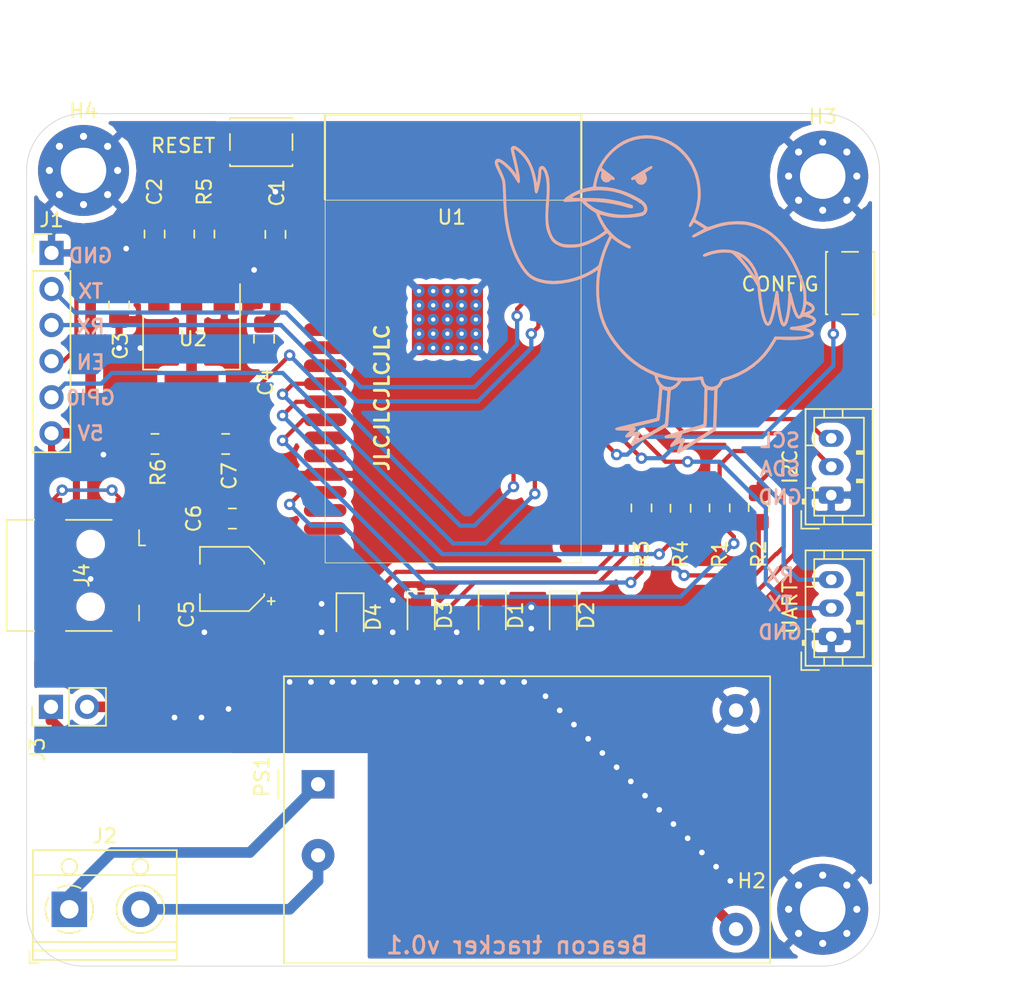
<source format=kicad_pcb>
(kicad_pcb (version 20171130) (host pcbnew "(5.1.6)-1")
  (title_block (title "Beacon tracker BLE ") (date 2020-10-27) (rev v0.1) (company "Rubén Arce"))
  (layers (0 F.Cu signal) (31 B.Cu signal) (34 B.Paste user) (35 F.Paste user hide) (36 B.SilkS user) (37 F.SilkS user) (38 B.Mask user) (39 F.Mask user hide) (44 Edge.Cuts user))
  (net 0 "")
  (net 1 GND)
  (net 2 EN)
  (net 3 "Net-(D1-Pad2)")
  (net 4 "Net-(D2-Pad2)")
  (net 5 "Net-(D3-Pad2)")
  (net 6 "Net-(D4-Pad2)")
  (net 7 TX)
  (net 8 RX)
  (net 9 GPIO0)
  (net 10 LED)
  (net 11 LED2)
  (net 12 LED3)
  (net 13 LED4)
  (net 14 +5V)
  (net 15 +3V3)
  (net 16 MainInput)
  (net 17 GNDPWR)
  (net 18 AC)
  (net 19 ConfigButton)
  (net 20 "Net-(J4-Pad6)")
  (net 21 RX_UART2)
  (net 22 TX_UART2)
  (net 23 SCL)
  (net 24 SDA)
  (module Antenna868MHz:duck (layer B.Cu) (at 131.5 81 180)
    (fp_text reference G*** hide)
    (fp_text value LOGO hide)
  )
  (module Connector_USB:USB_Mini-B_Lumberg_2486_01_Horizontal (layer F.Cu) (at 91.5 101.5 270)
    (fp_text reference J4 (at 0 0.6 90) (layer F.SilkS))
    (fp_text value USB_B_Micro)
    (pad "" np_thru_hole circle (at 2.2 0 270) (size 1 1) (drill 1) (layers *.Cu *.Mask))
    (pad "" np_thru_hole circle (at -2.2 0 270) (size 1 1) (drill 1) (layers *.Cu *.Mask))
    (pad 6 smd rect (at 4.45 2.85 270) (size 2 1.7) (layers F.Cu F.Paste F.Mask) (net 20 "Net-(J4-Pad6)"))
    (pad 6 smd rect (at 4.45 -2.6 270) (size 2 1.7) (layers F.Cu F.Paste F.Mask) (net 20 "Net-(J4-Pad6)"))
    (pad 6 smd rect (at -4.45 2.85 270) (size 2 1.7) (layers F.Cu F.Paste F.Mask) (net 20 "Net-(J4-Pad6)"))
    (pad 6 smd rect (at -4.45 -2.6 270) (size 2 1.7) (layers F.Cu F.Paste F.Mask) (net 20 "Net-(J4-Pad6)"))
    (pad 5 smd rect (at 1.6 -2.7 270) (size 0.5 2) (layers F.Cu F.Paste F.Mask) (net 1 GND))
    (pad 4 smd rect (at 0.8 -2.7 270) (size 0.5 2) (layers F.Cu F.Paste F.Mask))
    (pad 3 smd rect (at 0 -2.7 270) (size 0.5 2) (layers F.Cu F.Paste F.Mask))
    (pad 2 smd rect (at -0.8 -2.7 270) (size 0.5 2) (layers F.Cu F.Paste F.Mask))
    (pad 1 smd rect (at -1.6 -2.7 270) (size 0.5 2) (layers F.Cu F.Paste F.Mask) (net 14 +5V))
  )
  (module Button_Switch_SMD:SW_SPST_PTS810 (layer F.Cu) (at 103.5 71)
    (fp_text reference RESET (at -5.5 0.25) (layer F.SilkS))
    (fp_text value SW_Push)
    (pad 2 smd rect (at 2.075 1.075) (size 1.05 0.65) (layers F.Cu F.Paste F.Mask) (net 1 GND))
    (pad 2 smd rect (at -2.075 1.075) (size 1.05 0.65) (layers F.Cu F.Paste F.Mask) (net 1 GND))
    (pad 1 smd rect (at 2.075 -1.075) (size 1.05 0.65) (layers F.Cu F.Paste F.Mask) (net 2 EN))
    (pad 1 smd rect (at -2.075 -1.075) (size 1.05 0.65) (layers F.Cu F.Paste F.Mask) (net 2 EN))
  )
  (module Button_Switch_SMD:SW_SPST_PTS810 (layer F.Cu) (at 144.925 80.925 90)
    (fp_text reference CONFIG (at -0.075 -4.925 180) (layer F.SilkS))
    (fp_text value SW_Push)
    (pad 2 smd rect (at 2.075 1.075 90) (size 1.05 0.65) (layers F.Cu F.Paste F.Mask) (net 1 GND))
    (pad 2 smd rect (at -2.075 1.075 90) (size 1.05 0.65) (layers F.Cu F.Paste F.Mask) (net 1 GND))
    (pad 1 smd rect (at 2.075 -1.075 90) (size 1.05 0.65) (layers F.Cu F.Paste F.Mask) (net 19 ConfigButton))
    (pad 1 smd rect (at -2.075 -1.075 90) (size 1.05 0.65) (layers F.Cu F.Paste F.Mask) (net 19 ConfigButton))
  )
  (module Capacitor_SMD:C_0805_2012Metric_Pad1.15x1.40mm_HandSolder (layer F.Cu) (at 101 92.25)
    (fp_text reference C7 (at 0.25 2.25 90) (layer F.SilkS))
    (fp_text value 0.1u)
    (pad 2 smd roundrect (at 1.025 0) (size 1.15 1.4) (layers F.Cu F.Paste F.Mask) (roundrect_rratio 0.217391) (net 1 GND))
    (pad 1 smd roundrect (at -1.025 0) (size 1.15 1.4) (layers F.Cu F.Paste F.Mask) (roundrect_rratio 0.217391) (net 19 ConfigButton))
  )
  (module Converter_ACDC:Converter_ACDC_HiLink_HLK-PMxx (layer F.Cu) (at 107.5 116.2)
    (fp_text reference PS1 (at -3.94 -0.55 90) (layer F.SilkS))
    (fp_text value HLK-PM03)
    (pad 4 thru_hole circle (at 29.4 10.2) (size 2.3 2.3) (drill 1) (layers *.Cu *.Mask) (net 16 MainInput))
    (pad 2 thru_hole circle (at 0 5) (size 2.3 2.3) (drill 1) (layers *.Cu *.Mask) (net 17 GNDPWR))
    (pad 1 thru_hole rect (at 0 0) (size 2.3 2) (drill 1) (layers *.Cu *.Mask) (net 18 AC))
    (pad 3 thru_hole circle (at 29.4 -5.2) (size 2.3 2.3) (drill 1) (layers *.Cu *.Mask) (net 1 GND))
  )
  (module Capacitor_SMD:C_0805_2012Metric_Pad1.15x1.40mm_HandSolder (layer F.Cu) (at 93.5 82.475 270)
    (fp_text reference C3 (at 2.875 -0.1 90) (layer F.SilkS))
    (fp_text value 10u)
    (pad 2 smd roundrect (at 1.025 0 270) (size 1.15 1.4) (layers F.Cu F.Paste F.Mask) (roundrect_rratio 0.217391) (net 1 GND))
    (pad 1 smd roundrect (at -1.025 0 270) (size 1.15 1.4) (layers F.Cu F.Paste F.Mask) (roundrect_rratio 0.217391) (net 14 +5V))
  )
  (module Capacitor_SMD:C_0805_2012Metric_Pad1.15x1.40mm_HandSolder (layer F.Cu) (at 96 77.475 270)
    (fp_text reference C2 (at -2.975 0 90) (layer F.SilkS))
    (fp_text value 0.1u)
    (pad 2 smd roundrect (at 1.025 0 270) (size 1.15 1.4) (layers F.Cu F.Paste F.Mask) (roundrect_rratio 0.217391) (net 1 GND))
    (pad 1 smd roundrect (at -1.025 0 270) (size 1.15 1.4) (layers F.Cu F.Paste F.Mask) (roundrect_rratio 0.217391) (net 2 EN))
  )
  (module Connector_PinHeader_2.54mm:PinHeader_1x06_P2.54mm_Vertical (layer F.Cu) (at 88.75 78.8)
    (fp_text reference J1 (at 0 -2.33) (layer F.SilkS))
    (fp_text value Conn_01x06_Female)
    (pad 6 thru_hole oval (at 0 12.7) (size 1.7 1.7) (drill 1) (layers *.Cu *.Mask) (net 14 +5V))
    (pad 5 thru_hole oval (at 0 10.16) (size 1.7 1.7) (drill 1) (layers *.Cu *.Mask) (net 9 GPIO0))
    (pad 4 thru_hole oval (at 0 7.62) (size 1.7 1.7) (drill 1) (layers *.Cu *.Mask) (net 2 EN))
    (pad 3 thru_hole oval (at 0 5.08) (size 1.7 1.7) (drill 1) (layers *.Cu *.Mask) (net 8 RX))
    (pad 2 thru_hole oval (at 0 2.54) (size 1.7 1.7) (drill 1) (layers *.Cu *.Mask) (net 7 TX))
    (pad 1 thru_hole rect (at 0 0) (size 1.7 1.7) (drill 1) (layers *.Cu *.Mask) (net 1 GND))
  )
  (module Connector_JST:JST_PH_B3B-PH-K_1x03_P2.00mm_Vertical (layer F.Cu) (at 143.6 95.85 90)
    (fp_text reference I2C (at 2 -2.9 90) (layer F.SilkS))
    (fp_text value Conn_01x03_Male)
    (pad 3 thru_hole oval (at 4 0 90) (size 1.2 1.75) (drill 0.75) (layers *.Cu *.Mask) (net 23 SCL))
    (pad 2 thru_hole oval (at 2 0 90) (size 1.2 1.75) (drill 0.75) (layers *.Cu *.Mask) (net 24 SDA))
    (pad 1 thru_hole roundrect (at 0 0 90) (size 1.2 1.75) (drill 0.75) (layers *.Cu *.Mask) (roundrect_rratio 0.208333) (net 1 GND))
  )
  (module Connector_JST:JST_PH_B3B-PH-K_1x03_P2.00mm_Vertical (layer F.Cu) (at 143.6 105.8 90)
    (fp_text reference UART (at 2 -2.9 90) (layer F.SilkS))
    (fp_text value Conn_01x03_Male)
    (pad 3 thru_hole oval (at 4 0 90) (size 1.2 1.75) (drill 0.75) (layers *.Cu *.Mask) (net 21 RX_UART2))
    (pad 2 thru_hole oval (at 2 0 90) (size 1.2 1.75) (drill 0.75) (layers *.Cu *.Mask) (net 22 TX_UART2))
    (pad 1 thru_hole roundrect (at 0 0 90) (size 1.2 1.75) (drill 0.75) (layers *.Cu *.Mask) (roundrect_rratio 0.208333) (net 1 GND))
  )
  (module LED_SMD:LED_0805_2012Metric (layer F.Cu) (at 109.75 104.4375 270)
    (fp_text reference D4 (at 0 -1.65 90) (layer F.SilkS))
    (fp_text value LED)
    (pad 2 smd roundrect (at 0.9375 0 270) (size 0.975 1.4) (layers F.Cu F.Paste F.Mask) (net 6 "Net-(D4-Pad2)"))
    (pad 1 smd roundrect (at -0.9375 0 270) (size 0.975 1.4) (layers F.Cu F.Paste F.Mask) (net 1 GND))
  )
  (module LED_SMD:LED_0805_2012Metric (layer F.Cu) (at 114.75 104.3125 270)
    (fp_text reference D3 (at 0 -1.65 90) (layer F.SilkS))
    (fp_text value LED)
    (pad 2 smd roundrect (at 0.9375 0 270) (size 0.975 1.4) (layers F.Cu F.Paste F.Mask) (net 5 "Net-(D3-Pad2)"))
    (pad 1 smd roundrect (at -0.9375 0 270) (size 0.975 1.4) (layers F.Cu F.Paste F.Mask) (net 1 GND))
  )
  (module LED_SMD:LED_0805_2012Metric (layer F.Cu) (at 124.75 104.3125 270)
    (fp_text reference D2 (at 0 -1.65 90) (layer F.SilkS))
    (fp_text value LED)
    (pad 2 smd roundrect (at 0.9375 0 270) (size 0.975 1.4) (layers F.Cu F.Paste F.Mask) (net 4 "Net-(D2-Pad2)"))
    (pad 1 smd roundrect (at -0.9375 0 270) (size 0.975 1.4) (layers F.Cu F.Paste F.Mask) (net 1 GND))
  )
  (module LED_SMD:LED_0805_2012Metric (layer F.Cu) (at 119.75 104.3125 270)
    (fp_text reference D1 (at 0 -1.65 90) (layer F.SilkS))
    (fp_text value LED)
    (pad 2 smd roundrect (at 0.9375 0 270) (size 0.975 1.4) (layers F.Cu F.Paste F.Mask) (net 3 "Net-(D1-Pad2)"))
    (pad 1 smd roundrect (at -0.9375 0 270) (size 0.975 1.4) (layers F.Cu F.Paste F.Mask) (net 1 GND))
  )
  (module ESP_32_all:ESP32-WROVER (layer F.Cu) (at 117 75.67)
    (fp_text reference U1 (at -0.1 0.62) (layer F.SilkS))
    (fp_text value ESP32-WROVER hide)
    (pad 39 thru_hole circle (at -2.4 5.82) (size 0.8 0.8) (drill 0.3) (layers *.Cu *.Mask) (net 1 GND))
    (pad 39 smd rect (at -0.4 7.83) (size 5 5) (layers F.Cu F.Paste F.Mask) (net 1 GND))
    (pad 1 smd oval (at -9 0.91) (size 3 0.9) (layers F.Cu F.Paste F.Mask) (net 1 GND))
    (pad 2 smd oval (at -9 2.18) (size 3 0.9) (layers F.Cu F.Paste F.Mask) (net 15 +3V3))
    (pad 3 smd oval (at -9 3.45) (size 3 0.9) (layers F.Cu F.Paste F.Mask) (net 2 EN))
    (pad 4 smd oval (at -9 4.72) (size 3 0.9) (layers F.Cu F.Paste F.Mask))
    (pad 5 smd oval (at -9 5.99) (size 3 0.9) (layers F.Cu F.Paste F.Mask))
    (pad 6 smd oval (at -9 7.26) (size 3 0.9) (layers F.Cu F.Paste F.Mask))
    (pad 7 smd oval (at -9 8.53) (size 3 0.9) (layers F.Cu F.Paste F.Mask))
    (pad 8 smd oval (at -9 9.8) (size 3 0.9) (layers F.Cu F.Paste F.Mask))
    (pad 9 smd oval (at -9 11.07) (size 3 0.9) (layers F.Cu F.Paste F.Mask))
    (pad 10 smd oval (at -9 12.34) (size 3 0.9) (layers F.Cu F.Paste F.Mask) (net 13 LED4))
    (pad 11 smd oval (at -9 13.61) (size 3 0.9) (layers F.Cu F.Paste F.Mask) (net 11 LED2))
    (pad 12 smd oval (at -9 14.88) (size 3 0.9) (layers F.Cu F.Paste F.Mask) (net 12 LED3))
    (pad 13 smd oval (at -9 16.15) (size 3 0.9) (layers F.Cu F.Paste F.Mask))
    (pad 14 smd oval (at -9 17.42) (size 3 0.9) (layers F.Cu F.Paste F.Mask))
    (pad 15 smd oval (at -9 18.72) (size 3 0.9) (layers F.Cu F.Paste F.Mask) (net 1 GND))
    (pad 16 smd oval (at -9 19.99) (size 3 0.9) (layers F.Cu F.Paste F.Mask) (net 10 LED))
    (pad 17 smd oval (at -9 21.26) (size 3 0.9) (layers F.Cu F.Paste F.Mask))
    (pad 18 smd oval (at -9 22.53) (size 3 0.9) (layers F.Cu F.Paste F.Mask))
    (pad 19 smd oval (at -9 23.8) (size 3 0.9) (layers F.Cu F.Paste F.Mask))
    (pad 20 smd oval (at 9 23.8) (size 3 0.9) (layers F.Cu F.Paste F.Mask))
    (pad 21 smd oval (at 9 22.53) (size 3 0.9) (layers F.Cu F.Paste F.Mask))
    (pad 22 smd oval (at 9 21.26) (size 3 0.9) (layers F.Cu F.Paste F.Mask))
    (pad 23 smd oval (at 9 19.99) (size 3 0.9) (layers F.Cu F.Paste F.Mask))
    (pad 24 smd oval (at 9 18.72) (size 3 0.9) (layers F.Cu F.Paste F.Mask))
    (pad 25 smd oval (at 9.03 17.42) (size 3 0.9) (layers F.Cu F.Paste F.Mask) (net 9 GPIO0))
    (pad 26 smd oval (at 9.03 16.15) (size 3 0.9) (layers F.Cu F.Paste F.Mask) (net 19 ConfigButton))
    (pad 27 smd oval (at 9.03 14.88) (size 3 0.9) (layers F.Cu F.Paste F.Mask) (net 21 RX_UART2))
    (pad 28 smd oval (at 9.03 13.61) (size 3 0.9) (layers F.Cu F.Paste F.Mask) (net 22 TX_UART2))
    (pad 29 smd oval (at 9.03 12.34) (size 3 0.9) (layers F.Cu F.Paste F.Mask))
    (pad 30 smd oval (at 9.03 11.07) (size 3 0.9) (layers F.Cu F.Paste F.Mask))
    (pad 31 smd oval (at 9.03 9.8) (size 3 0.9) (layers F.Cu F.Paste F.Mask))
    (pad 32 smd oval (at 9.03 8.53) (size 3 0.9) (layers F.Cu F.Paste F.Mask))
    (pad 33 smd oval (at 9.03 7.26) (size 3 0.9) (layers F.Cu F.Paste F.Mask) (net 24 SDA))
    (pad 34 smd oval (at 9.03 5.99) (size 3 0.9) (layers F.Cu F.Paste F.Mask) (net 8 RX))
    (pad 35 smd oval (at 9.03 4.72) (size 3 0.9) (layers F.Cu F.Paste F.Mask) (net 7 TX))
    (pad 36 smd oval (at 9.03 3.45) (size 3 0.9) (layers F.Cu F.Paste F.Mask) (net 23 SCL))
    (pad 37 smd oval (at 9.03 2.18) (size 3 0.9) (layers F.Cu F.Paste F.Mask))
    (pad 38 smd oval (at 9.03 0.91) (size 3 0.9) (layers F.Cu F.Paste F.Mask) (net 1 GND))
    (pad 39 thru_hole circle (at -2.4 6.82) (size 0.8 0.8) (drill 0.3) (layers *.Cu *.Mask) (net 1 GND))
    (pad 39 thru_hole circle (at -2.4 7.82) (size 0.8 0.8) (drill 0.3) (layers *.Cu *.Mask) (net 1 GND))
    (pad 39 thru_hole circle (at -2.4 8.82) (size 0.8 0.8) (drill 0.3) (layers *.Cu *.Mask) (net 1 GND))
    (pad 39 thru_hole circle (at -2.4 9.82) (size 0.8 0.8) (drill 0.3) (layers *.Cu *.Mask) (net 1 GND))
    (pad 39 thru_hole circle (at -1.4 9.82) (size 0.8 0.8) (drill 0.3) (layers *.Cu *.Mask) (net 1 GND))
    (pad 39 thru_hole circle (at -1.4 8.82) (size 0.8 0.8) (drill 0.3) (layers *.Cu *.Mask) (net 1 GND))
    (pad 39 thru_hole circle (at -1.4 7.82) (size 0.8 0.8) (drill 0.3) (layers *.Cu *.Mask) (net 1 GND))
    (pad 39 thru_hole circle (at -1.4 6.82) (size 0.8 0.8) (drill 0.3) (layers *.Cu *.Mask) (net 1 GND))
    (pad 39 thru_hole circle (at -1.4 5.82) (size 0.8 0.8) (drill 0.3) (layers *.Cu *.Mask) (net 1 GND))
    (pad 39 thru_hole circle (at 0.6 5.82) (size 0.8 0.8) (drill 0.3) (layers *.Cu *.Mask) (net 1 GND))
    (pad 39 thru_hole circle (at 0.6 6.82) (size 0.8 0.8) (drill 0.3) (layers *.Cu *.Mask) (net 1 GND))
    (pad 39 thru_hole circle (at 0.6 7.82) (size 0.8 0.8) (drill 0.3) (layers *.Cu *.Mask) (net 1 GND))
    (pad 39 thru_hole circle (at 0.6 8.82) (size 0.8 0.8) (drill 0.3) (layers *.Cu *.Mask) (net 1 GND))
    (pad 39 thru_hole circle (at 0.6 9.82) (size 0.8 0.8) (drill 0.3) (layers *.Cu *.Mask) (net 1 GND))
    (pad 39 thru_hole circle (at -0.4 9.82) (size 0.8 0.8) (drill 0.3) (layers *.Cu *.Mask) (net 1 GND))
    (pad 39 thru_hole circle (at -0.4 8.82) (size 0.8 0.8) (drill 0.3) (layers *.Cu *.Mask) (net 1 GND))
    (pad 39 thru_hole circle (at -0.4 7.82) (size 0.8 0.8) (drill 0.3) (layers *.Cu *.Mask) (net 1 GND))
    (pad 39 thru_hole circle (at -0.4 6.82) (size 0.8 0.8) (drill 0.3) (layers *.Cu *.Mask) (net 1 GND))
    (pad 39 thru_hole circle (at -0.4 5.82) (size 0.8 0.8) (drill 0.3) (layers *.Cu *.Mask) (net 1 GND))
    (pad 39 thru_hole circle (at 1.6 9.82) (size 0.8 0.8) (drill 0.3) (layers *.Cu *.Mask) (net 1 GND))
    (pad 39 thru_hole circle (at 1.6 8.82) (size 0.8 0.8) (drill 0.3) (layers *.Cu *.Mask) (net 1 GND))
    (pad 39 thru_hole circle (at 1.6 7.82) (size 0.8 0.8) (drill 0.3) (layers *.Cu *.Mask) (net 1 GND))
    (pad 39 thru_hole circle (at 1.6 6.82) (size 0.8 0.8) (drill 0.3) (layers *.Cu *.Mask) (net 1 GND))
    (pad 39 thru_hole circle (at 1.6 5.82) (size 0.8 0.8) (drill 0.3) (layers *.Cu *.Mask) (net 1 GND))
  )
  (module MountingHole:MountingHole_3.2mm_M3_Pad_Via (layer F.Cu) (at 91 73)
    (fp_text reference H4 (at 0 -4.2) (layer F.SilkS))
    (fp_text value MountingHole_Pad)
    (pad 1 thru_hole circle (at 1.697056 -1.697056) (size 0.8 0.8) (drill 0.5) (layers *.Cu *.Mask) (net 1 GND))
    (pad 1 thru_hole circle (at 0 -2.4) (size 0.8 0.8) (drill 0.5) (layers *.Cu *.Mask) (net 1 GND))
    (pad 1 thru_hole circle (at -1.697056 -1.697056) (size 0.8 0.8) (drill 0.5) (layers *.Cu *.Mask) (net 1 GND))
    (pad 1 thru_hole circle (at -2.4 0) (size 0.8 0.8) (drill 0.5) (layers *.Cu *.Mask) (net 1 GND))
    (pad 1 thru_hole circle (at -1.697056 1.697056) (size 0.8 0.8) (drill 0.5) (layers *.Cu *.Mask) (net 1 GND))
    (pad 1 thru_hole circle (at 0 2.4) (size 0.8 0.8) (drill 0.5) (layers *.Cu *.Mask) (net 1 GND))
    (pad 1 thru_hole circle (at 1.697056 1.697056) (size 0.8 0.8) (drill 0.5) (layers *.Cu *.Mask) (net 1 GND))
    (pad 1 thru_hole circle (at 2.4 0) (size 0.8 0.8) (drill 0.5) (layers *.Cu *.Mask) (net 1 GND))
    (pad 1 thru_hole circle (at 0 0) (size 6.4 6.4) (drill 3.2) (layers *.Cu *.Mask) (net 1 GND))
  )
  (module MountingHole:MountingHole_3.2mm_M3_Pad_Via (layer F.Cu) (at 143 73.4)
    (fp_text reference H3 (at 0 -4.2) (layer F.SilkS))
    (fp_text value MountingHole_Pad)
    (pad 1 thru_hole circle (at 1.697056 -1.697056) (size 0.8 0.8) (drill 0.5) (layers *.Cu *.Mask) (net 1 GND))
    (pad 1 thru_hole circle (at 0 -2.4) (size 0.8 0.8) (drill 0.5) (layers *.Cu *.Mask) (net 1 GND))
    (pad 1 thru_hole circle (at -1.697056 -1.697056) (size 0.8 0.8) (drill 0.5) (layers *.Cu *.Mask) (net 1 GND))
    (pad 1 thru_hole circle (at -2.4 0) (size 0.8 0.8) (drill 0.5) (layers *.Cu *.Mask) (net 1 GND))
    (pad 1 thru_hole circle (at -1.697056 1.697056) (size 0.8 0.8) (drill 0.5) (layers *.Cu *.Mask) (net 1 GND))
    (pad 1 thru_hole circle (at 0 2.4) (size 0.8 0.8) (drill 0.5) (layers *.Cu *.Mask) (net 1 GND))
    (pad 1 thru_hole circle (at 1.697056 1.697056) (size 0.8 0.8) (drill 0.5) (layers *.Cu *.Mask) (net 1 GND))
    (pad 1 thru_hole circle (at 2.4 0) (size 0.8 0.8) (drill 0.5) (layers *.Cu *.Mask) (net 1 GND))
    (pad 1 thru_hole circle (at 0 0) (size 6.4 6.4) (drill 3.2) (layers *.Cu *.Mask) (net 1 GND))
  )
  (module MountingHole:MountingHole_3.2mm_M3_Pad_Via (layer F.Cu) (at 143 125)
    (fp_text reference H2 (at -5 -2) (layer F.SilkS))
    (fp_text value MountingHole_Pad)
    (pad 1 thru_hole circle (at 1.697056 -1.697056) (size 0.8 0.8) (drill 0.5) (layers *.Cu *.Mask) (net 1 GND))
    (pad 1 thru_hole circle (at 0 -2.4) (size 0.8 0.8) (drill 0.5) (layers *.Cu *.Mask) (net 1 GND))
    (pad 1 thru_hole circle (at -1.697056 -1.697056) (size 0.8 0.8) (drill 0.5) (layers *.Cu *.Mask) (net 1 GND))
    (pad 1 thru_hole circle (at -2.4 0) (size 0.8 0.8) (drill 0.5) (layers *.Cu *.Mask) (net 1 GND))
    (pad 1 thru_hole circle (at -1.697056 1.697056) (size 0.8 0.8) (drill 0.5) (layers *.Cu *.Mask) (net 1 GND))
    (pad 1 thru_hole circle (at 0 2.4) (size 0.8 0.8) (drill 0.5) (layers *.Cu *.Mask) (net 1 GND))
    (pad 1 thru_hole circle (at 1.697056 1.697056) (size 0.8 0.8) (drill 0.5) (layers *.Cu *.Mask) (net 1 GND))
    (pad 1 thru_hole circle (at 2.4 0) (size 0.8 0.8) (drill 0.5) (layers *.Cu *.Mask) (net 1 GND))
    (pad 1 thru_hole circle (at 0 0) (size 6.4 6.4) (drill 3.2) (layers *.Cu *.Mask) (net 1 GND))
  )
  (module Resistor_SMD:R_0805_2012Metric_Pad1.15x1.40mm_HandSolder (layer F.Cu) (at 96.025 92.25)
    (fp_text reference R6 (at 0.225 2 90) (layer F.SilkS))
    (fp_text value 10k)
    (pad 2 smd roundrect (at 1.025 0) (size 1.15 1.4) (layers F.Cu F.Paste F.Mask) (roundrect_rratio 0.217391) (net 19 ConfigButton))
    (pad 1 smd roundrect (at -1.025 0) (size 1.15 1.4) (layers F.Cu F.Paste F.Mask) (roundrect_rratio 0.217391) (net 15 +3V3))
  )
  (module Connector_PinHeader_2.54mm:PinHeader_1x02_P2.54mm_Vertical (layer F.Cu) (at 88.71 110.75 90)
    (fp_text reference J3 (at -3 -0.96 90) (layer F.SilkS))
    (fp_text value "select if usb or AC power")
    (pad 2 thru_hole oval (at 0 2.54 90) (size 1.7 1.7) (drill 1) (layers *.Cu *.Mask) (net 15 +3V3))
    (pad 1 thru_hole rect (at 0 0 90) (size 1.7 1.7) (drill 1) (layers *.Cu *.Mask) (net 16 MainInput))
  )
  (module TerminalBlock_RND:TerminalBlock_RND_205-00012_1x02_P5.00mm_Horizontal (layer F.Cu) (at 90 125)
    (fp_text reference J2 (at 2.5 -5.16) (layer F.SilkS))
    (fp_text value "input AC")
    (pad 2 thru_hole circle (at 5 0) (size 2.5 2.5) (drill 1.3) (layers *.Cu *.Mask) (net 17 GNDPWR))
    (pad 1 thru_hole rect (at 0 0) (size 2.5 2.5) (drill 1.3) (layers *.Cu *.Mask) (net 18 AC))
  )
  (module Capacitor_SMD:C_0805_2012Metric_Pad1.15x1.40mm_HandSolder (layer F.Cu) (at 101.475 97.5 180)
    (fp_text reference C6 (at 2.725 0 90) (layer F.SilkS))
    (fp_text value 10u)
    (pad 2 smd roundrect (at 1.025 0 180) (size 1.15 1.4) (layers F.Cu F.Paste F.Mask) (roundrect_rratio 0.217391) (net 1 GND))
    (pad 1 smd roundrect (at -1.025 0 180) (size 1.15 1.4) (layers F.Cu F.Paste F.Mask) (roundrect_rratio 0.217391) (net 16 MainInput))
  )
  (module Capacitor_SMD:CP_Elec_4x5.3 (layer F.Cu) (at 101.45 101.75 180)
    (fp_text reference C5 (at 3.2 -2.5 90) (layer F.SilkS))
    (fp_text value 10u)
    (pad 2 smd roundrect (at 1.8 0 180) (size 2.6 1.6) (layers F.Cu F.Paste F.Mask) (roundrect_rratio 0.15625) (net 1 GND))
    (pad 1 smd roundrect (at -1.8 0 180) (size 2.6 1.6) (layers F.Cu F.Paste F.Mask) (roundrect_rratio 0.15625) (net 16 MainInput))
  )
  (module Package_TO_SOT_SMD:SOT-223-3_TabPin2 (layer F.Cu) (at 98.6 85.1 270)
    (fp_text reference U2 (at -0.25 -0.1) (layer F.SilkS))
    (fp_text value AMS1117-3.3)
    (pad 1 smd rect (at -3.15 -2.3 270) (size 2 1.5) (layers F.Cu F.Paste F.Mask) (net 1 GND))
    (pad 3 smd rect (at -3.15 2.3 270) (size 2 1.5) (layers F.Cu F.Paste F.Mask) (net 14 +5V))
    (pad 2 smd rect (at -3.15 0 270) (size 2 1.5) (layers F.Cu F.Paste F.Mask) (net 15 +3V3))
    (pad 2 smd rect (at 3.15 0 270) (size 2 3.8) (layers F.Cu F.Paste F.Mask) (net 15 +3V3))
  )
  (module Resistor_SMD:R_0805_2012Metric_Pad1.15x1.40mm_HandSolder (layer F.Cu) (at 99.5 77.475 90)
    (fp_text reference R5 (at 2.975 0 90) (layer F.SilkS))
    (fp_text value 10k)
    (pad 2 smd roundrect (at 1.025 0 90) (size 1.15 1.4) (layers F.Cu F.Paste F.Mask) (roundrect_rratio 0.217391) (net 2 EN))
    (pad 1 smd roundrect (at -1.025 0 90) (size 1.15 1.4) (layers F.Cu F.Paste F.Mask) (roundrect_rratio 0.217391) (net 15 +3V3))
  )
  (module Resistor_SMD:R_0805_2012Metric_Pad1.15x1.40mm_HandSolder (layer F.Cu) (at 133 96.775 90)
    (fp_text reference R4 (at -3.225 0 90) (layer F.SilkS))
    (fp_text value 1k)
    (pad 2 smd roundrect (at 1.025 0 90) (size 1.15 1.4) (layers F.Cu F.Paste F.Mask) (roundrect_rratio 0.217391) (net 6 "Net-(D4-Pad2)"))
    (pad 1 smd roundrect (at -1.025 0 90) (size 1.15 1.4) (layers F.Cu F.Paste F.Mask) (roundrect_rratio 0.217391) (net 13 LED4))
  )
  (module Resistor_SMD:R_0805_2012Metric_Pad1.15x1.40mm_HandSolder (layer F.Cu) (at 130.25 96.75 90)
    (fp_text reference R3 (at -3.25 0 90) (layer F.SilkS))
    (fp_text value 1k)
    (pad 2 smd roundrect (at 1.025 0 90) (size 1.15 1.4) (layers F.Cu F.Paste F.Mask) (roundrect_rratio 0.217391) (net 5 "Net-(D3-Pad2)"))
    (pad 1 smd roundrect (at -1.025 0 90) (size 1.15 1.4) (layers F.Cu F.Paste F.Mask) (roundrect_rratio 0.217391) (net 12 LED3))
  )
  (module Resistor_SMD:R_0805_2012Metric_Pad1.15x1.40mm_HandSolder (layer F.Cu) (at 138.5 96.725 90)
    (fp_text reference R2 (at -3.275 0 90) (layer F.SilkS))
    (fp_text value 1k)
    (pad 2 smd roundrect (at 1.025 0 90) (size 1.15 1.4) (layers F.Cu F.Paste F.Mask) (roundrect_rratio 0.217391) (net 4 "Net-(D2-Pad2)"))
    (pad 1 smd roundrect (at -1.025 0 90) (size 1.15 1.4) (layers F.Cu F.Paste F.Mask) (roundrect_rratio 0.217391) (net 11 LED2))
  )
  (module Resistor_SMD:R_0805_2012Metric_Pad1.15x1.40mm_HandSolder (layer F.Cu) (at 135.75 96.75 90)
    (fp_text reference R1 (at -3.25 0 90) (layer F.SilkS))
    (fp_text value 1k)
    (pad 2 smd roundrect (at 1.025 0 90) (size 1.15 1.4) (layers F.Cu F.Paste F.Mask) (roundrect_rratio 0.217391) (net 3 "Net-(D1-Pad2)"))
    (pad 1 smd roundrect (at -1.025 0 90) (size 1.15 1.4) (layers F.Cu F.Paste F.Mask) (roundrect_rratio 0.217391) (net 10 LED))
  )
  (module Capacitor_SMD:C_0805_2012Metric_Pad1.15x1.40mm_HandSolder (layer F.Cu) (at 103.7 84.875 270)
    (fp_text reference C4 (at 3.025 -0.1 90) (layer F.SilkS))
    (fp_text value 10u)
    (pad 2 smd roundrect (at 1.025 0 270) (size 1.15 1.4) (layers F.Cu F.Paste F.Mask) (roundrect_rratio 0.217391) (net 1 GND))
    (pad 1 smd roundrect (at -1.025 0 270) (size 1.15 1.4) (layers F.Cu F.Paste F.Mask) (roundrect_rratio 0.217391) (net 15 +3V3))
  )
  (module Capacitor_SMD:C_0805_2012Metric_Pad1.15x1.40mm_HandSolder (layer F.Cu) (at 104.5 77.5 90)
    (fp_text reference C1 (at 2.925 0.1 90) (layer F.SilkS))
    (fp_text value 10u)
    (pad 2 smd roundrect (at 1.025 0 90) (size 1.15 1.4) (layers F.Cu F.Paste F.Mask) (roundrect_rratio 0.217391) (net 1 GND))
    (pad 1 smd roundrect (at -1.025 0 90) (size 1.15 1.4) (layers F.Cu F.Paste F.Mask) (roundrect_rratio 0.217391) (net 15 +3V3))
  )
  (gr_text "Beacon tracker v0.1\n " (at 121.5 128.5) (layer B.SilkS) (effects (font (size 1.2 1.2) (thickness 0.21)) (justify mirror)))
  (gr_text JLCJLCJLCJLC (at 112 89 90) (layer F.SilkS) (effects (font (size 1 1) (thickness 0.2))))
  (gr_text "EN\n" (at 91.5 86.5) (layer B.SilkS) (effects (font (size 1 1) (thickness 0.19)) (justify mirror)))
  (gr_text "RX\n" (at 91.5 84) (layer B.SilkS) (effects (font (size 1 1) (thickness 0.19)) (justify mirror)))
  (gr_text "TX\n" (at 91.5 81.5) (layer B.SilkS) (effects (font (size 1 1) (thickness 0.19)) (justify mirror)))
  (gr_text "GND\n" (at 91.5 79) (layer B.SilkS) (effects (font (size 1 1) (thickness 0.19)) (justify mirror)))
  (gr_text GPI0 (at 91.5 89) (layer B.SilkS) (effects (font (size 1 1) (thickness 0.19)) (justify mirror)))
  (gr_text "5V\n" (at 91.5 91.5) (layer B.SilkS) (effects (font (size 1 1) (thickness 0.19)) (justify mirror)))
  (gr_text "SCL\n" (at 140 92) (layer B.SilkS) (effects (font (size 1 1) (thickness 0.19)) (justify mirror)))
  (gr_text "SDA\n" (at 140 94) (layer B.SilkS) (effects (font (size 1 1) (thickness 0.19)) (justify mirror)))
  (gr_text "GND\n" (at 140 96) (layer B.SilkS) (effects (font (size 1 1) (thickness 0.19)) (justify mirror)))
  (gr_text "GND\n" (at 140 105.5) (layer B.SilkS) (effects (font (size 1 1) (thickness 0.19)) (justify mirror)))
  (gr_text TX (at 140 103.5) (layer B.SilkS) (effects (font (size 1 1) (thickness 0.19)) (justify mirror)))
  (gr_text RX (at 140 101.5) (layer B.SilkS) (effects (font (size 1 1) (thickness 0.19)) (justify mirror)))
  (gr_line (start 87 73) (end 87 102.7) (layer Edge.Cuts) (width 0.05))
  (gr_arc (start 91 125) (end 87 125) (angle -90) (layer Edge.Cuts) (width 0.05))
  (gr_arc (start 143 125) (end 143 129) (angle -90) (layer Edge.Cuts) (width 0.05))
  (gr_arc (start 91 73) (end 91 69) (angle -90) (layer Edge.Cuts) (width 0.05))
  (gr_arc (start 143 73) (end 147 73) (angle -90) (layer Edge.Cuts) (width 0.05))
  (gr_line (start 87 125) (end 87 102.7) (layer Edge.Cuts) (width 0.05))
  (gr_line (start 143 129) (end 91 129) (layer Edge.Cuts) (width 0.05))
  (gr_line (start 147 73) (end 147 125) (layer Edge.Cuts) (width 0.05))
  (gr_line (start 91 69) (end 143 69) (layer Edge.Cuts) (width 0.05))
  (via (at 99.5 105.5) (size 0.8) (drill 0.4) (layers F.Cu B.Cu) (net 1))
  (via (at 91.5 101.75) (size 0.8) (drill 0.4) (layers F.Cu B.Cu) (net 1))
  (segment (start 92.85 103.1) (end 94.2 103.1) (width 0.3) (layer F.Cu) (net 1))
  (segment (start 91.5 101.75) (end 92.85 103.1) (width 0.3) (layer F.Cu) (net 1))
  (via (at 112.75 103.25) (size 0.8) (drill 0.4) (layers F.Cu B.Cu) (net 1))
  (via (at 107.75 103.5) (size 0.8) (drill 0.4) (layers F.Cu B.Cu) (net 1))
  (via (at 107.75 105.5) (size 0.8) (drill 0.4) (layers F.Cu B.Cu) (net 1))
  (via (at 112.75 105.5) (size 0.8) (drill 0.4) (layers F.Cu B.Cu) (net 1))
  (via (at 117.25 105.5) (size 0.8) (drill 0.4) (layers F.Cu B.Cu) (net 1))
  (via (at 122.5 105.25) (size 0.8) (drill 0.4) (layers F.Cu B.Cu) (net 1))
  (via (at 122.5 103.75) (size 0.8) (drill 0.4) (layers F.Cu B.Cu) (net 1))
  (segment (start 119.75 103.375) (end 120.375 104) (width 0.3) (layer F.Cu) (net 1))
  (segment (start 122.25 104) (end 122.5 103.75) (width 0.3) (layer F.Cu) (net 1))
  (segment (start 120.375 104) (end 122.25 104) (width 0.3) (layer F.Cu) (net 1))
  (segment (start 124.75 103.375) (end 124.625 103.375) (width 0.3) (layer F.Cu) (net 1))
  (segment (start 124.25 103.75) (end 122.5 103.75) (width 0.3) (layer F.Cu) (net 1))
  (segment (start 124.625 103.375) (end 124.25 103.75) (width 0.3) (layer F.Cu) (net 1))
  (segment (start 114.75 103.375) (end 114.375 103.375) (width 0.3) (layer F.Cu) (net 1))
  (segment (start 114.375 103.375) (end 114 103.75) (width 0.3) (layer F.Cu) (net 1))
  (segment (start 113.25 103.75) (end 112.75 103.25) (width 0.3) (layer F.Cu) (net 1))
  (segment (start 114 103.75) (end 113.25 103.75) (width 0.3) (layer F.Cu) (net 1))
  (segment (start 109.75 103.5) (end 107.75 103.5) (width 0.3) (layer F.Cu) (net 1))
  (via (at 92.4 93) (size 0.8) (drill 0.4) (layers F.Cu B.Cu) (net 1))
  (via (at 97.4 111.5) (size 0.8) (drill 0.4) (layers F.Cu B.Cu) (net 1))
  (via (at 99.3 111.5) (size 0.8) (drill 0.4) (layers F.Cu B.Cu) (net 1))
  (via (at 101.2 110.9) (size 0.8) (drill 0.4) (layers F.Cu B.Cu) (net 1))
  (via (at 105.5 109) (size 0.8) (drill 0.4) (layers F.Cu B.Cu) (net 1))
  (via (at 107 109) (size 0.8) (drill 0.4) (layers F.Cu B.Cu) (net 1))
  (via (at 108.5 109) (size 0.8) (drill 0.4) (layers F.Cu B.Cu) (net 1))
  (via (at 110 109) (size 0.8) (drill 0.4) (layers F.Cu B.Cu) (net 1))
  (via (at 113 109) (size 0.8) (drill 0.4) (layers F.Cu B.Cu) (net 1))
  (via (at 111.5 109) (size 0.8) (drill 0.4) (layers F.Cu B.Cu) (net 1))
  (via (at 116 109) (size 0.8) (drill 0.4) (layers F.Cu B.Cu) (net 1))
  (via (at 117.5 109) (size 0.8) (drill 0.4) (layers F.Cu B.Cu) (net 1))
  (via (at 114.5 109) (size 0.8) (drill 0.4) (layers F.Cu B.Cu) (net 1))
  (via (at 120.5 109) (size 0.8) (drill 0.4) (layers F.Cu B.Cu) (net 1))
  (via (at 122 109) (size 0.8) (drill 0.4) (layers F.Cu B.Cu) (net 1))
  (via (at 119 109) (size 0.8) (drill 0.4) (layers F.Cu B.Cu) (net 1))
  (via (at 94 78.5) (size 0.8) (drill 0.4) (layers F.Cu B.Cu) (net 1))
  (via (at 103 80) (size 0.8) (drill 0.4) (layers F.Cu B.Cu) (net 1))
  (via (at 104.5 74.5) (size 0.8) (drill 0.4) (layers F.Cu B.Cu) (net 1))
  (via (at 93.5 85.5) (size 0.8) (drill 0.4) (layers F.Cu B.Cu) (net 1))
  (via (at 95 85.5) (size 0.8) (drill 0.4) (layers F.Cu B.Cu) (net 1))
  (via (at 123.5 110) (size 0.8) (drill 0.4) (layers F.Cu B.Cu) (net 1))
  (via (at 124.5 111) (size 0.8) (drill 0.4) (layers F.Cu B.Cu) (net 1))
  (via (at 125.5 112) (size 0.8) (drill 0.4) (layers F.Cu B.Cu) (net 1))
  (via (at 126.5 113) (size 0.8) (drill 0.4) (layers F.Cu B.Cu) (net 1))
  (via (at 127.5 114) (size 0.8) (drill 0.4) (layers F.Cu B.Cu) (net 1))
  (via (at 128.5 115) (size 0.8) (drill 0.4) (layers F.Cu B.Cu) (net 1))
  (via (at 129.5 116) (size 0.8) (drill 0.4) (layers F.Cu B.Cu) (net 1))
  (via (at 130.5 117) (size 0.8) (drill 0.4) (layers F.Cu B.Cu) (net 1))
  (via (at 131.5 118) (size 0.8) (drill 0.4) (layers F.Cu B.Cu) (net 1))
  (via (at 132.5 119) (size 0.8) (drill 0.4) (layers F.Cu B.Cu) (net 1))
  (via (at 133.5 120) (size 0.8) (drill 0.4) (layers F.Cu B.Cu) (net 1))
  (via (at 134.5 121) (size 0.8) (drill 0.4) (layers F.Cu B.Cu) (net 1))
  (via (at 135.5 122) (size 0.8) (drill 0.4) (layers F.Cu B.Cu) (net 1))
  (via (at 136.5 123) (size 0.8) (drill 0.4) (layers F.Cu B.Cu) (net 1))
  (segment (start 96 76.45) (end 99.5 76.45) (width 0.5) (layer F.Cu) (net 2))
  (segment (start 101.425 69.925) (end 101.5 70) (width 0.3) (layer F.Cu) (net 2))
  (segment (start 103.575 69.925) (end 103.575 72.425) (width 0.3) (layer F.Cu) (net 2))
  (segment (start 103.575 69.925) (end 105.575 69.925) (width 0.3) (layer F.Cu) (net 2))
  (segment (start 101.425 69.925) (end 103.575 69.925) (width 0.3) (layer F.Cu) (net 2))
  (segment (start 103.575 72.425) (end 102 74) (width 0.3) (layer F.Cu) (net 2))
  (segment (start 102 74) (end 102 75) (width 0.3) (layer F.Cu) (net 2))
  (segment (start 100.55 76.45) (end 99.5 76.45) (width 0.3) (layer F.Cu) (net 2))
  (segment (start 102 75) (end 100.55 76.45) (width 0.3) (layer F.Cu) (net 2))
  (segment (start 88.75 86.42) (end 89.58 86.42) (width 0.3) (layer F.Cu) (net 2))
  (segment (start 89.58 86.42) (end 90.5 85.5) (width 0.3) (layer F.Cu) (net 2))
  (segment (start 90.5 85.5) (end 90.5 80) (width 0.3) (layer F.Cu) (net 2))
  (segment (start 94.05 76.45) (end 96 76.45) (width 0.3) (layer F.Cu) (net 2))
  (segment (start 90.5 80) (end 94.05 76.45) (width 0.3) (layer F.Cu) (net 2))
  (segment (start 107.175 69.925) (end 105.575 69.925) (width 0.3) (layer F.Cu) (net 2))
  (segment (start 108 79.12) (end 109.88 79.12) (width 0.3) (layer F.Cu) (net 2))
  (segment (start 111 73.75) (end 107.175 69.925) (width 0.3) (layer F.Cu) (net 2))
  (segment (start 111 78) (end 111 73.75) (width 0.3) (layer F.Cu) (net 2))
  (segment (start 109.88 79.12) (end 111 78) (width 0.3) (layer F.Cu) (net 2))
  (segment (start 120.75 105.25) (end 119.75 105.25) (width 0.3) (layer F.Cu) (net 3))
  (segment (start 134.75 106.25) (end 121.75 106.25) (width 0.3) (layer F.Cu) (net 3))
  (segment (start 121.75 106.25) (end 120.75 105.25) (width 0.3) (layer F.Cu) (net 3))
  (segment (start 135.75 93.75) (end 136.75 92.75) (width 0.3) (layer F.Cu) (net 3))
  (segment (start 139.5 92.75) (end 141 94.25) (width 0.3) (layer F.Cu) (net 3))
  (segment (start 135.75 95.725) (end 135.75 93.75) (width 0.3) (layer F.Cu) (net 3))
  (segment (start 136.75 92.75) (end 139.5 92.75) (width 0.3) (layer F.Cu) (net 3))
  (segment (start 141 100) (end 134.75 106.25) (width 0.3) (layer F.Cu) (net 3))
  (segment (start 141 94.25) (end 141 100) (width 0.3) (layer F.Cu) (net 3))
  (segment (start 138.5 95.7) (end 138.5 95) (width 0.3) (layer F.Cu) (net 4))
  (segment (start 138.5 95) (end 139.5 94) (width 0.3) (layer F.Cu) (net 4))
  (segment (start 139.5 94) (end 139.75 94) (width 0.3) (layer F.Cu) (net 4))
  (segment (start 139.75 94) (end 140.25 94.5) (width 0.3) (layer F.Cu) (net 4))
  (segment (start 134.45712 105.25) (end 139.70712 100) (width 0.3) (layer F.Cu) (net 4))
  (segment (start 124.75 105.25) (end 134.45712 105.25) (width 0.3) (layer F.Cu) (net 4))
  (segment (start 139.70712 100) (end 139.75 100) (width 0.3) (layer F.Cu) (net 4))
  (segment (start 140.25 99.5) (end 140.25 94.5) (width 0.3) (layer F.Cu) (net 4))
  (segment (start 139.75 100) (end 140.25 99.5) (width 0.3) (layer F.Cu) (net 4))
  (segment (start 129.19999 96.77501) (end 129.19999 100.05001) (width 0.3) (layer F.Cu) (net 5))
  (segment (start 130.25 95.725) (end 129.19999 96.77501) (width 0.3) (layer F.Cu) (net 5))
  (segment (start 129.19999 100.05001) (end 127.25 102) (width 0.3) (layer F.Cu) (net 5))
  (segment (start 127.25 102) (end 118.5 102) (width 0.3) (layer F.Cu) (net 5))
  (segment (start 118.5 102) (end 116.75 103.75) (width 0.3) (layer F.Cu) (net 5))
  (segment (start 116.75 103.75) (end 116.75 104.5) (width 0.3) (layer F.Cu) (net 5))
  (segment (start 116 105.25) (end 114.75 105.25) (width 0.3) (layer F.Cu) (net 5))
  (segment (start 116.75 104.5) (end 116 105.25) (width 0.3) (layer F.Cu) (net 5))
  (segment (start 133 95.75) (end 133 95.5) (width 0.3) (layer F.Cu) (net 6))
  (segment (start 133 95.5) (end 132.25 94.75) (width 0.3) (layer F.Cu) (net 6))
  (segment (start 129.601454 94.75) (end 128.5 95.851454) (width 0.3) (layer F.Cu) (net 6))
  (segment (start 132.25 94.75) (end 129.601454 94.75) (width 0.3) (layer F.Cu) (net 6))
  (segment (start 128.5 95.851454) (end 128.5 99.75) (width 0.3) (layer F.Cu) (net 6))
  (segment (start 128.5 99.75) (end 127 101.25) (width 0.3) (layer F.Cu) (net 6))
  (segment (start 127 101.25) (end 113 101.25) (width 0.3) (layer F.Cu) (net 6))
  (segment (start 113 101.25) (end 111.75 102.5) (width 0.3) (layer F.Cu) (net 6))
  (segment (start 111.75 103.375) (end 109.75 105.375) (width 0.3) (layer F.Cu) (net 6))
  (segment (start 111.75 102.5) (end 111.75 103.375) (width 0.3) (layer F.Cu) (net 6))
  (segment (start 124.86 80.39) (end 126.03 80.39) (width 0.25) (layer F.Cu) (net 7))
  (segment (start 126.03 80.39) (end 123.86 80.39) (width 0.3) (layer F.Cu) (net 7))
  (via (at 121.5 83.25) (size 0.8) (drill 0.4) (layers F.Cu B.Cu) (net 7))
  (segment (start 123.86 80.39) (end 121.5 82.75) (width 0.3) (layer F.Cu) (net 7))
  (segment (start 121.5 82.75) (end 121.5 83.25) (width 0.3) (layer F.Cu) (net 7))
  (segment (start 90.41 83) (end 88.75 81.34) (width 0.3) (layer B.Cu) (net 7))
  (segment (start 121.5 85.25) (end 118.5 88.25) (width 0.3) (layer B.Cu) (net 7))
  (segment (start 121.5 83.25) (end 121.5 85.25) (width 0.3) (layer B.Cu) (net 7))
  (segment (start 118.5 88.25) (end 110.5 88.25) (width 0.3) (layer B.Cu) (net 7))
  (segment (start 110.5 88.25) (end 105.25 83) (width 0.3) (layer B.Cu) (net 7))
  (segment (start 105.25 83) (end 90.41 83) (width 0.3) (layer B.Cu) (net 7))
  (segment (start 125.153971 81.66) (end 126.03 81.66) (width 0.25) (layer F.Cu) (net 8))
  (via (at 122.5 84.5) (size 0.8) (drill 0.4) (layers F.Cu B.Cu) (net 8))
  (segment (start 122.5 84.5) (end 123 84) (width 0.3) (layer F.Cu) (net 8))
  (segment (start 124.23 81.66) (end 126.03 81.66) (width 0.3) (layer F.Cu) (net 8))
  (segment (start 123 82.89) (end 124.23 81.66) (width 0.3) (layer F.Cu) (net 8))
  (segment (start 123 84) (end 123 82.89) (width 0.3) (layer F.Cu) (net 8))
  (segment (start 104.88 83.88) (end 88.75 83.88) (width 0.3) (layer B.Cu) (net 8))
  (segment (start 118.75 89.25) (end 110.25 89.25) (width 0.3) (layer B.Cu) (net 8))
  (segment (start 122.5 84.5) (end 122.5 85.5) (width 0.3) (layer B.Cu) (net 8))
  (segment (start 110.25 89.25) (end 104.88 83.88) (width 0.3) (layer B.Cu) (net 8))
  (segment (start 122.5 85.5) (end 118.75 89.25) (width 0.3) (layer B.Cu) (net 8))
  (segment (start 124.28 93.09) (end 126.03 93.09) (width 0.25) (layer F.Cu) (net 9))
  (segment (start 89.710001 87.999999) (end 92.249999 87.999999) (width 0.3) (layer B.Cu) (net 9))
  (segment (start 88.75 88.96) (end 89.710001 87.999999) (width 0.3) (layer B.Cu) (net 9))
  (segment (start 92.249999 87.999999) (end 92.999998 87.25) (width 0.3) (layer B.Cu) (net 9))
  (segment (start 92.999998 87.25) (end 105 87.25) (width 0.3) (layer B.Cu) (net 9))
  (segment (start 105 87.25) (end 116.25 98.5) (width 0.3) (layer B.Cu) (net 9))
  (segment (start 116.25 98.5) (end 116.75 99) (width 0.3) (layer B.Cu) (net 9))
  (segment (start 116.75 99) (end 117 99.25) (width 0.3) (layer B.Cu) (net 9))
  (via (at 122.75 95.75) (size 0.8) (drill 0.4) (layers F.Cu B.Cu) (net 9))
  (segment (start 117 99.25) (end 119.25 99.25) (width 0.3) (layer B.Cu) (net 9))
  (segment (start 119.25 99.25) (end 122.75 95.75) (width 0.3) (layer B.Cu) (net 9))
  (segment (start 122.75 95.75) (end 122.75 93.75) (width 0.3) (layer F.Cu) (net 9))
  (segment (start 123.41 93.09) (end 126.03 93.09) (width 0.3) (layer F.Cu) (net 9))
  (segment (start 122.75 93.75) (end 123.41 93.09) (width 0.3) (layer F.Cu) (net 9))
  (via (at 105.5 96.5) (size 0.8) (drill 0.4) (layers F.Cu B.Cu) (net 10))
  (segment (start 108 95.66) (end 106.34 95.66) (width 0.3) (layer F.Cu) (net 10))
  (segment (start 106.34 95.66) (end 105.5 96.5) (width 0.3) (layer F.Cu) (net 10))
  (segment (start 105.5 96.5) (end 107 98) (width 0.3) (layer B.Cu) (net 10))
  (segment (start 107 98) (end 109.25 98) (width 0.3) (layer B.Cu) (net 10))
  (segment (start 109.25 98) (end 114.25 103) (width 0.3) (layer B.Cu) (net 10))
  (via (at 136.75 99.25) (size 0.8) (drill 0.4) (layers F.Cu B.Cu) (net 10))
  (segment (start 114.25 103) (end 133 103) (width 0.3) (layer B.Cu) (net 10))
  (segment (start 133 103) (end 136.75 99.25) (width 0.3) (layer B.Cu) (net 10))
  (segment (start 136.75 98.775) (end 135.75 97.775) (width 0.3) (layer F.Cu) (net 10))
  (segment (start 136.75 99.25) (end 136.75 98.775) (width 0.3) (layer F.Cu) (net 10))
  (via (at 105 90.25) (size 0.8) (drill 0.4) (layers F.Cu B.Cu) (net 11))
  (segment (start 108 89.28) (end 105.97 89.28) (width 0.3) (layer F.Cu) (net 11))
  (segment (start 105.97 89.28) (end 105 90.25) (width 0.3) (layer F.Cu) (net 11))
  (segment (start 105 90.25) (end 115.75 101) (width 0.3) (layer B.Cu) (net 11))
  (segment (start 115.75 101) (end 128.5 101) (width 0.3) (layer B.Cu) (net 11))
  (via (at 133.25 101.5) (size 0.8) (drill 0.4) (layers F.Cu B.Cu) (net 11))
  (segment (start 128.5 101) (end 132.75 101) (width 0.3) (layer B.Cu) (net 11))
  (segment (start 132.75 101) (end 133.25 101.5) (width 0.3) (layer B.Cu) (net 11))
  (segment (start 133.25 101.5) (end 137.5 101.5) (width 0.3) (layer F.Cu) (net 11))
  (segment (start 138.5 100.5) (end 138.5 97.75) (width 0.3) (layer F.Cu) (net 11))
  (segment (start 137.5 101.5) (end 138.5 100.5) (width 0.3) (layer F.Cu) (net 11))
  (via (at 105 92) (size 0.8) (drill 0.4) (layers F.Cu B.Cu) (net 12))
  (segment (start 108 90.55) (end 106.45 90.55) (width 0.3) (layer F.Cu) (net 12))
  (segment (start 106.45 90.55) (end 105 92) (width 0.3) (layer F.Cu) (net 12))
  (segment (start 105 92) (end 115 102) (width 0.3) (layer B.Cu) (net 12))
  (segment (start 115 102) (end 128.5 102) (width 0.3) (layer B.Cu) (net 12))
  (via (at 129.5 102) (size 0.8) (drill 0.4) (layers F.Cu B.Cu) (net 12))
  (segment (start 128.5 102) (end 129.5 102) (width 0.3) (layer B.Cu) (net 12))
  (segment (start 129.5 102) (end 130.25 101.25) (width 0.3) (layer F.Cu) (net 12))
  (segment (start 130.25 101.25) (end 130.25 97.775) (width 0.3) (layer F.Cu) (net 12))
  (segment (start 108 88.01) (end 105.74 88.01) (width 0.3) (layer F.Cu) (net 13))
  (via (at 105 88.75) (size 0.8) (drill 0.4) (layers F.Cu B.Cu) (net 13))
  (segment (start 105.74 88.01) (end 105 88.75) (width 0.3) (layer F.Cu) (net 13))
  (via (at 131.5 100) (size 0.8) (drill 0.4) (layers F.Cu B.Cu) (net 13))
  (segment (start 133 97.8) (end 133 98.5) (width 0.3) (layer F.Cu) (net 13))
  (segment (start 133 98.5) (end 131.5 100) (width 0.3) (layer F.Cu) (net 13))
  (segment (start 116.25 100) (end 105 88.75) (width 0.3) (layer B.Cu) (net 13))
  (segment (start 131.5 100) (end 116.25 100) (width 0.3) (layer B.Cu) (net 13))
  (segment (start 94.225001 99.874999) (end 94.2 99.874999) (width 0.75) (layer F.Cu) (net 14))
  (segment (start 95.8 81.45) (end 96.3 81.95) (width 0.75) (layer F.Cu) (net 14))
  (segment (start 93.5 81.45) (end 95.8 81.45) (width 0.75) (layer F.Cu) (net 14))
  (segment (start 93.5 81.45) (end 92.05 81.45) (width 0.75) (layer F.Cu) (net 14))
  (segment (start 92.05 81.45) (end 91.5 82) (width 0.75) (layer F.Cu) (net 14))
  (segment (start 91.5 82) (end 91.5 90.5) (width 0.75) (layer F.Cu) (net 14))
  (segment (start 90.5 91.5) (end 88.75 91.5) (width 0.75) (layer F.Cu) (net 14))
  (segment (start 91.5 90.5) (end 90.5 91.5) (width 0.75) (layer F.Cu) (net 14))
  (segment (start 93.8 99.5) (end 94.2 99.9) (width 0.5) (layer F.Cu) (net 14))
  (segment (start 93 99.5) (end 93.8 99.5) (width 0.5) (layer F.Cu) (net 14))
  (segment (start 88.75 92.75) (end 90.5 94.5) (width 0.5) (layer F.Cu) (net 14))
  (segment (start 90.5 94.5) (end 90.5 96.5) (width 0.5) (layer F.Cu) (net 14))
  (segment (start 88.75 91.5) (end 88.75 92.75) (width 0.5) (layer F.Cu) (net 14))
  (segment (start 90.5 96.5) (end 93 99) (width 0.5) (layer F.Cu) (net 14))
  (segment (start 93 99) (end 93 99.5) (width 0.5) (layer F.Cu) (net 14))
  (segment (start 98.6 88.25) (end 98.5 88.25) (width 0.5) (layer F.Cu) (net 15))
  (segment (start 98.6 88.25) (end 97.25 88.25) (width 0.75) (layer F.Cu) (net 15))
  (segment (start 95 90.5) (end 95 92.25) (width 0.75) (layer F.Cu) (net 15))
  (segment (start 97.25 88.25) (end 95 90.5) (width 0.75) (layer F.Cu) (net 15))
  (segment (start 95 92.25) (end 95 93) (width 0.75) (layer F.Cu) (net 15))
  (segment (start 95 93) (end 97 95) (width 0.75) (layer F.Cu) (net 15))
  (segment (start 97 95) (end 97 109.5) (width 0.75) (layer F.Cu) (net 15))
  (segment (start 95.75 110.75) (end 91.25 110.75) (width 0.75) (layer F.Cu) (net 15))
  (segment (start 97 109.5) (end 95.75 110.75) (width 0.75) (layer F.Cu) (net 15))
  (segment (start 98.6 81.95) (end 98.6 88.25) (width 0.75) (layer F.Cu) (net 15))
  (segment (start 98.6 79.4) (end 99.5 78.5) (width 0.75) (layer F.Cu) (net 15))
  (segment (start 98.6 81.95) (end 98.6 79.4) (width 0.75) (layer F.Cu) (net 15))
  (segment (start 104.475 78.5) (end 104.5 78.525) (width 0.75) (layer F.Cu) (net 15))
  (segment (start 99.5 78.5) (end 104.475 78.5) (width 0.75) (layer F.Cu) (net 15))
  (segment (start 103.7 83.85) (end 103.7 83.8) (width 0.75) (layer F.Cu) (net 15))
  (segment (start 104.5 83) (end 104.5 78.525) (width 0.75) (layer F.Cu) (net 15))
  (segment (start 103.7 83.8) (end 104.5 83) (width 0.75) (layer F.Cu) (net 15))
  (segment (start 104.5 78.525) (end 104.975 78.525) (width 0.5) (layer F.Cu) (net 15))
  (segment (start 105.65 77.85) (end 108 77.85) (width 0.5) (layer F.Cu) (net 15))
  (segment (start 104.975 78.525) (end 105.65 77.85) (width 0.5) (layer F.Cu) (net 15))
  (segment (start 103.25 110.75) (end 103.25 101.75) (width 0.75) (layer F.Cu) (net 16))
  (segment (start 101 113) (end 103.25 110.75) (width 0.75) (layer F.Cu) (net 16))
  (segment (start 90 113) (end 101 113) (width 0.75) (layer F.Cu) (net 16))
  (segment (start 88.71 110.75) (end 88.71 111.71) (width 0.75) (layer F.Cu) (net 16))
  (segment (start 88.71 111.71) (end 90 113) (width 0.75) (layer F.Cu) (net 16))
  (segment (start 102.5 97.5) (end 102.75 97.5) (width 0.5) (layer F.Cu) (net 16))
  (segment (start 103.25 98) (end 103.25 101.75) (width 0.5) (layer F.Cu) (net 16))
  (segment (start 102.75 97.5) (end 103.25 98) (width 0.5) (layer F.Cu) (net 16))
  (segment (start 121.25 110.75) (end 136.9 126.4) (width 0.75) (layer F.Cu) (net 16))
  (segment (start 103.25 110.75) (end 121.25 110.75) (width 0.75) (layer F.Cu) (net 16))
  (segment (start 107.5 121.2) (end 107.5 123) (width 0.75) (layer B.Cu) (net 17))
  (segment (start 105.5 125) (end 95 125) (width 0.75) (layer B.Cu) (net 17))
  (segment (start 107.5 123) (end 105.5 125) (width 0.75) (layer B.Cu) (net 17))
  (segment (start 90 125) (end 90 124) (width 0.75) (layer B.Cu) (net 18))
  (segment (start 90 124) (end 93 121) (width 0.75) (layer B.Cu) (net 18))
  (segment (start 102.7 121) (end 107.5 116.2) (width 0.75) (layer B.Cu) (net 18))
  (segment (start 93 121) (end 102.7 121) (width 0.75) (layer B.Cu) (net 18))
  (segment (start 97.2 91.75) (end 97.45 92) (width 0.5) (layer F.Cu) (net 19))
  (segment (start 97.05 92.25) (end 99.975 92.25) (width 0.5) (layer F.Cu) (net 19))
  (segment (start 99.975 92.25) (end 99.975 91.275) (width 0.3) (layer F.Cu) (net 19))
  (segment (start 99.975 91.275) (end 102 89.25) (width 0.3) (layer F.Cu) (net 19))
  (via (at 105.5 86) (size 0.8) (drill 0.4) (layers F.Cu B.Cu) (net 19))
  (segment (start 102 89.25) (end 102.25 89.25) (width 0.3) (layer F.Cu) (net 19))
  (segment (start 102.25 89.25) (end 105.5 86) (width 0.3) (layer F.Cu) (net 19))
  (segment (start 105.5 86) (end 117.5 98) (width 0.3) (layer B.Cu) (net 19))
  (via (at 121.25 95.25) (size 0.8) (drill 0.4) (layers F.Cu B.Cu) (net 19))
  (segment (start 117.5 98) (end 118.5 98) (width 0.3) (layer B.Cu) (net 19))
  (segment (start 118.5 98) (end 121.25 95.25) (width 0.3) (layer B.Cu) (net 19))
  (segment (start 121.25 95.25) (end 121.25 93.5) (width 0.3) (layer F.Cu) (net 19))
  (segment (start 122.93 91.82) (end 126.03 91.82) (width 0.3) (layer F.Cu) (net 19))
  (segment (start 121.25 93.5) (end 122.93 91.82) (width 0.3) (layer F.Cu) (net 19))
  (segment (start 143.85 83) (end 143.85 78.85) (width 0.3) (layer F.Cu) (net 19))
  (via (at 128.5 93) (size 0.8) (drill 0.4) (layers F.Cu B.Cu) (net 19))
  (segment (start 126.03 91.82) (end 127.32 91.82) (width 0.3) (layer F.Cu) (net 19))
  (segment (start 127.32 91.82) (end 128.5 93) (width 0.3) (layer F.Cu) (net 19))
  (segment (start 128.5 93) (end 129 93) (width 0.3) (layer B.Cu) (net 19))
  (segment (start 129 93) (end 129.25 93) (width 0.3) (layer B.Cu) (net 19))
  (segment (start 129.25 93) (end 130.5 91.75) (width 0.3) (layer B.Cu) (net 19))
  (segment (start 130.5 91.75) (end 138.75 91.75) (width 0.3) (layer B.Cu) (net 19))
  (via (at 143.75 84.5) (size 0.8) (drill 0.4) (layers F.Cu B.Cu) (net 19))
  (segment (start 138.75 91.75) (end 143.75 86.75) (width 0.3) (layer B.Cu) (net 19))
  (segment (start 143.75 86.75) (end 143.75 84.5) (width 0.3) (layer B.Cu) (net 19))
  (segment (start 143.75 83.1) (end 143.85 83) (width 0.3) (layer F.Cu) (net 19))
  (segment (start 143.75 84.5) (end 143.75 83.1) (width 0.3) (layer F.Cu) (net 19))
  (segment (start 88.65 97.05) (end 88.65 105.95) (width 0.5) (layer F.Cu) (net 20))
  (segment (start 94.1 105.95) (end 88.65 105.95) (width 0.5) (layer F.Cu) (net 20))
  (via (at 89.5 95.5) (size 0.8) (drill 0.4) (layers F.Cu B.Cu) (net 20))
  (segment (start 88.65 97.05) (end 88.65 96.35) (width 0.25) (layer F.Cu) (net 20))
  (segment (start 88.65 96.35) (end 89.5 95.5) (width 0.25) (layer F.Cu) (net 20))
  (segment (start 89.5 95.5) (end 92.5 95.5) (width 0.25) (layer B.Cu) (net 20))
  (via (at 93 95.5) (size 0.8) (drill 0.4) (layers F.Cu B.Cu) (net 20))
  (segment (start 92.5 95.5) (end 93 95.5) (width 0.25) (layer B.Cu) (net 20))
  (segment (start 94.1 96.6) (end 94.1 97.05) (width 0.25) (layer F.Cu) (net 20))
  (segment (start 93 95.5) (end 94.1 96.6) (width 0.25) (layer F.Cu) (net 20))
  (via (at 130.25 93.25) (size 0.8) (drill 0.4) (layers F.Cu B.Cu) (net 21))
  (segment (start 126.03 90.55) (end 127.55 90.55) (width 0.3) (layer F.Cu) (net 21))
  (segment (start 127.55 90.55) (end 130.25 93.25) (width 0.3) (layer F.Cu) (net 21))
  (segment (start 130.25 93.25) (end 131.75 93.25) (width 0.3) (layer B.Cu) (net 21))
  (segment (start 131.75 93.25) (end 132.5 92.5) (width 0.3) (layer B.Cu) (net 21))
  (segment (start 132.5 92.5) (end 136.25 92.5) (width 0.3) (layer B.Cu) (net 21))
  (segment (start 136.25 92.5) (end 140.25 96.5) (width 0.3) (layer B.Cu) (net 21))
  (segment (start 140.25 96.5) (end 140.25 100.75) (width 0.3) (layer B.Cu) (net 21))
  (segment (start 141.3 101.8) (end 143.6 101.8) (width 0.3) (layer B.Cu) (net 21))
  (segment (start 140.25 100.75) (end 141.3 101.8) (width 0.3) (layer B.Cu) (net 21))
  (segment (start 126.03 89.28) (end 127.72 89.28) (width 0.3) (layer F.Cu) (net 22))
  (via (at 133.5 93.5) (size 0.8) (drill 0.4) (layers F.Cu B.Cu) (net 22))
  (segment (start 127.72 89.28) (end 131.94 93.5) (width 0.3) (layer F.Cu) (net 22))
  (segment (start 131.94 93.5) (end 133.5 93.5) (width 0.3) (layer F.Cu) (net 22))
  (segment (start 133.5 93.5) (end 135.75 93.5) (width 0.3) (layer B.Cu) (net 22))
  (segment (start 135.75 93.5) (end 139 96.75) (width 0.3) (layer B.Cu) (net 22))
  (segment (start 139 96.75) (end 139 102) (width 0.3) (layer B.Cu) (net 22))
  (segment (start 140.8 103.8) (end 143.6 103.8) (width 0.3) (layer B.Cu) (net 22))
  (segment (start 139 102) (end 140.8 103.8) (width 0.3) (layer B.Cu) (net 22))
  (segment (start 143.6 91.85) (end 143.1 91.85) (width 0.3) (layer F.Cu) (net 23))
  (segment (start 143.1 91.85) (end 141.75 90.5) (width 0.3) (layer F.Cu) (net 23))
  (segment (start 141.75 90.5) (end 133.25 90.5) (width 0.3) (layer F.Cu) (net 23))
  (segment (start 133.25 90.5) (end 129.75 87) (width 0.3) (layer F.Cu) (net 23))
  (segment (start 129.75 87) (end 129.75 83.75) (width 0.3) (layer F.Cu) (net 23))
  (segment (start 129.75 83.75) (end 128.5 82.5) (width 0.3) (layer F.Cu) (net 23))
  (segment (start 127.83 79.12) (end 126.03 79.12) (width 0.3) (layer F.Cu) (net 23))
  (segment (start 128.5 79.79) (end 127.83 79.12) (width 0.3) (layer F.Cu) (net 23))
  (segment (start 128.5 82.5) (end 128.5 79.79) (width 0.3) (layer F.Cu) (net 23))
  (segment (start 127.83 82.93) (end 129 84.1) (width 0.3) (layer F.Cu) (net 24))
  (segment (start 126.03 82.93) (end 127.83 82.93) (width 0.3) (layer F.Cu) (net 24))
  (segment (start 129 84.1) (end 129 87.25) (width 0.3) (layer F.Cu) (net 24))
  (segment (start 129 87.25) (end 133.25 91.5) (width 0.3) (layer F.Cu) (net 24))
  (segment (start 141.25 91.5) (end 143.6 93.85) (width 0.3) (layer F.Cu) (net 24))
  (segment (start 133.25 91.5) (end 141.25 91.5) (width 0.3) (layer F.Cu) (net 24))
  (zone (net 1) (net_name GND) (layer F.Cu) (connect_pads (clearance 0.508)) (min_thickness 0.254) (fill yes (arc_segments 32) (thermal_gap 0.508) (thermal_bridge_width 0.508))
    (polygon (pts (xy 147 130) (xy 111 129) (xy 111 114) (xy 87 114) (xy 87 69) (xy 147 69)))
  )
  (zone (net 1) (net_name GND) (layer B.Cu) (connect_pads (clearance 0.508)) (min_thickness 0.254) (fill yes (arc_segments 32) (thermal_gap 0.508) (thermal_bridge_width 0.508))
    (polygon (pts (xy 147 130) (xy 111 129) (xy 111 114) (xy 87 114) (xy 87 69) (xy 147 69)))
  )
)
</source>
